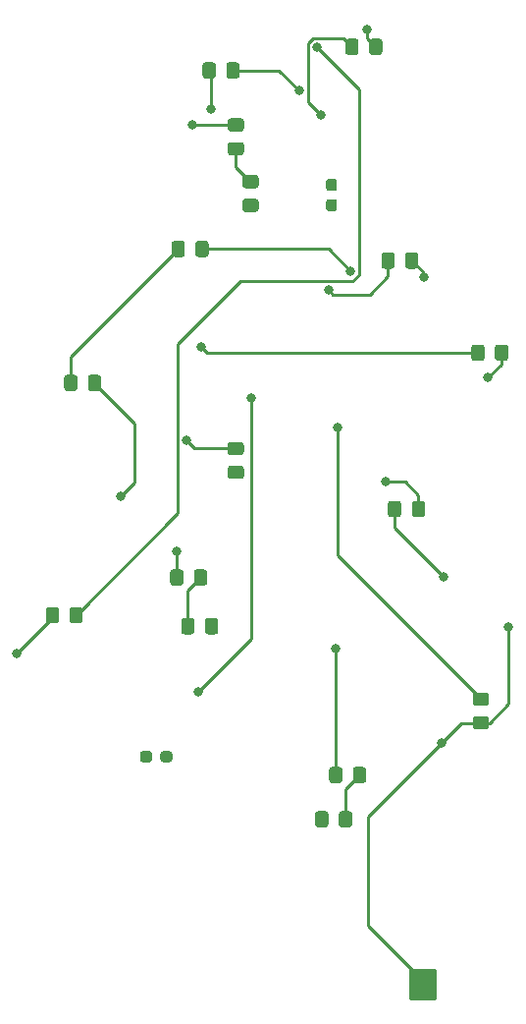
<source format=gbr>
%TF.GenerationSoftware,KiCad,Pcbnew,(5.1.6)-1*%
%TF.CreationDate,2021-10-19T11:47:46+02:00*%
%TF.ProjectId,_autosave-BaumOben,5f617574-6f73-4617-9665-2d4261756d4f,rev?*%
%TF.SameCoordinates,Original*%
%TF.FileFunction,Copper,L2,Bot*%
%TF.FilePolarity,Positive*%
%FSLAX46Y46*%
G04 Gerber Fmt 4.6, Leading zero omitted, Abs format (unit mm)*
G04 Created by KiCad (PCBNEW (5.1.6)-1) date 2021-10-19 11:47:46*
%MOMM*%
%LPD*%
G01*
G04 APERTURE LIST*
%TA.AperFunction,ViaPad*%
%ADD10C,0.800000*%
%TD*%
%TA.AperFunction,Conductor*%
%ADD11C,0.250000*%
%TD*%
%TA.AperFunction,Conductor*%
%ADD12C,0.254000*%
%TD*%
G04 APERTURE END LIST*
%TO.P,R6,2*%
%TO.N,GND*%
%TA.AperFunction,SMDPad,CuDef*%
G36*
G01*
X97403499Y-80460000D02*
X98303501Y-80460000D01*
G75*
G02*
X98553500Y-80709999I0J-249999D01*
G01*
X98553500Y-81360001D01*
G75*
G02*
X98303501Y-81610000I-249999J0D01*
G01*
X97403499Y-81610000D01*
G75*
G02*
X97153500Y-81360001I0J249999D01*
G01*
X97153500Y-80709999D01*
G75*
G02*
X97403499Y-80460000I249999J0D01*
G01*
G37*
%TD.AperFunction*%
%TO.P,R6,1*%
%TO.N,Net-(DG8-Pad1)*%
%TA.AperFunction,SMDPad,CuDef*%
G36*
G01*
X97403499Y-78410000D02*
X98303501Y-78410000D01*
G75*
G02*
X98553500Y-78659999I0J-249999D01*
G01*
X98553500Y-79310001D01*
G75*
G02*
X98303501Y-79560000I-249999J0D01*
G01*
X97403499Y-79560000D01*
G75*
G02*
X97153500Y-79310001I0J249999D01*
G01*
X97153500Y-78659999D01*
G75*
G02*
X97403499Y-78410000I249999J0D01*
G01*
G37*
%TD.AperFunction*%
%TD*%
%TO.P,R5,2*%
%TO.N,GND*%
%TA.AperFunction,SMDPad,CuDef*%
G36*
G01*
X104579000Y-133471499D02*
X104579000Y-134371501D01*
G75*
G02*
X104329001Y-134621500I-249999J0D01*
G01*
X103678999Y-134621500D01*
G75*
G02*
X103429000Y-134371501I0J249999D01*
G01*
X103429000Y-133471499D01*
G75*
G02*
X103678999Y-133221500I249999J0D01*
G01*
X104329001Y-133221500D01*
G75*
G02*
X104579000Y-133471499I0J-249999D01*
G01*
G37*
%TD.AperFunction*%
%TO.P,R5,1*%
%TO.N,Net-(DG4-Pad1)*%
%TA.AperFunction,SMDPad,CuDef*%
G36*
G01*
X106629000Y-133471499D02*
X106629000Y-134371501D01*
G75*
G02*
X106379001Y-134621500I-249999J0D01*
G01*
X105728999Y-134621500D01*
G75*
G02*
X105479000Y-134371501I0J249999D01*
G01*
X105479000Y-133471499D01*
G75*
G02*
X105728999Y-133221500I249999J0D01*
G01*
X106379001Y-133221500D01*
G75*
G02*
X106629000Y-133471499I0J-249999D01*
G01*
G37*
%TD.AperFunction*%
%TD*%
%TO.P,R4,2*%
%TO.N,GND*%
%TA.AperFunction,SMDPad,CuDef*%
G36*
G01*
X93922000Y-117734501D02*
X93922000Y-116834499D01*
G75*
G02*
X94171999Y-116584500I249999J0D01*
G01*
X94822001Y-116584500D01*
G75*
G02*
X95072000Y-116834499I0J-249999D01*
G01*
X95072000Y-117734501D01*
G75*
G02*
X94822001Y-117984500I-249999J0D01*
G01*
X94171999Y-117984500D01*
G75*
G02*
X93922000Y-117734501I0J249999D01*
G01*
G37*
%TD.AperFunction*%
%TO.P,R4,1*%
%TO.N,Net-(DR8-Pad1)*%
%TA.AperFunction,SMDPad,CuDef*%
G36*
G01*
X91872000Y-117734501D02*
X91872000Y-116834499D01*
G75*
G02*
X92121999Y-116584500I249999J0D01*
G01*
X92772001Y-116584500D01*
G75*
G02*
X93022000Y-116834499I0J-249999D01*
G01*
X93022000Y-117734501D01*
G75*
G02*
X92772001Y-117984500I-249999J0D01*
G01*
X92121999Y-117984500D01*
G75*
G02*
X91872000Y-117734501I0J249999D01*
G01*
G37*
%TD.AperFunction*%
%TD*%
%TO.P,R2,2*%
%TO.N,GND*%
%TA.AperFunction,SMDPad,CuDef*%
G36*
G01*
X96133499Y-103456000D02*
X97033501Y-103456000D01*
G75*
G02*
X97283500Y-103705999I0J-249999D01*
G01*
X97283500Y-104356001D01*
G75*
G02*
X97033501Y-104606000I-249999J0D01*
G01*
X96133499Y-104606000D01*
G75*
G02*
X95883500Y-104356001I0J249999D01*
G01*
X95883500Y-103705999D01*
G75*
G02*
X96133499Y-103456000I249999J0D01*
G01*
G37*
%TD.AperFunction*%
%TO.P,R2,1*%
%TO.N,Net-(DY8-Pad1)*%
%TA.AperFunction,SMDPad,CuDef*%
G36*
G01*
X96133499Y-101406000D02*
X97033501Y-101406000D01*
G75*
G02*
X97283500Y-101655999I0J-249999D01*
G01*
X97283500Y-102306001D01*
G75*
G02*
X97033501Y-102556000I-249999J0D01*
G01*
X96133499Y-102556000D01*
G75*
G02*
X95883500Y-102306001I0J249999D01*
G01*
X95883500Y-101655999D01*
G75*
G02*
X96133499Y-101406000I249999J0D01*
G01*
G37*
%TD.AperFunction*%
%TD*%
%TO.P,DY7,2*%
%TO.N,Net-(DY6-Pad1)*%
%TA.AperFunction,SMDPad,CuDef*%
G36*
G01*
X95763500Y-69855501D02*
X95763500Y-68955499D01*
G75*
G02*
X96013499Y-68705500I249999J0D01*
G01*
X96663501Y-68705500D01*
G75*
G02*
X96913500Y-68955499I0J-249999D01*
G01*
X96913500Y-69855501D01*
G75*
G02*
X96663501Y-70105500I-249999J0D01*
G01*
X96013499Y-70105500D01*
G75*
G02*
X95763500Y-69855501I0J249999D01*
G01*
G37*
%TD.AperFunction*%
%TO.P,DY7,1*%
%TO.N,Net-(DY7-Pad1)*%
%TA.AperFunction,SMDPad,CuDef*%
G36*
G01*
X93713500Y-69855501D02*
X93713500Y-68955499D01*
G75*
G02*
X93963499Y-68705500I249999J0D01*
G01*
X94613501Y-68705500D01*
G75*
G02*
X94863500Y-68955499I0J-249999D01*
G01*
X94863500Y-69855501D01*
G75*
G02*
X94613501Y-70105500I-249999J0D01*
G01*
X93963499Y-70105500D01*
G75*
G02*
X93713500Y-69855501I0J249999D01*
G01*
G37*
%TD.AperFunction*%
%TD*%
%TO.P,DY5,2*%
%TO.N,Takt_invertiert_9V*%
%TA.AperFunction,SMDPad,CuDef*%
G36*
G01*
X117278999Y-125037000D02*
X118179001Y-125037000D01*
G75*
G02*
X118429000Y-125286999I0J-249999D01*
G01*
X118429000Y-125937001D01*
G75*
G02*
X118179001Y-126187000I-249999J0D01*
G01*
X117278999Y-126187000D01*
G75*
G02*
X117029000Y-125937001I0J249999D01*
G01*
X117029000Y-125286999D01*
G75*
G02*
X117278999Y-125037000I249999J0D01*
G01*
G37*
%TD.AperFunction*%
%TO.P,DY5,1*%
%TO.N,Net-(DY5-Pad1)*%
%TA.AperFunction,SMDPad,CuDef*%
G36*
G01*
X117278999Y-122987000D02*
X118179001Y-122987000D01*
G75*
G02*
X118429000Y-123236999I0J-249999D01*
G01*
X118429000Y-123887001D01*
G75*
G02*
X118179001Y-124137000I-249999J0D01*
G01*
X117278999Y-124137000D01*
G75*
G02*
X117029000Y-123887001I0J249999D01*
G01*
X117029000Y-123236999D01*
G75*
G02*
X117278999Y-122987000I249999J0D01*
G01*
G37*
%TD.AperFunction*%
%TD*%
%TO.P,DY3,2*%
%TO.N,Net-(DY2-Pad1)*%
%TA.AperFunction,SMDPad,CuDef*%
G36*
G01*
X92196500Y-84322499D02*
X92196500Y-85222501D01*
G75*
G02*
X91946501Y-85472500I-249999J0D01*
G01*
X91296499Y-85472500D01*
G75*
G02*
X91046500Y-85222501I0J249999D01*
G01*
X91046500Y-84322499D01*
G75*
G02*
X91296499Y-84072500I249999J0D01*
G01*
X91946501Y-84072500D01*
G75*
G02*
X92196500Y-84322499I0J-249999D01*
G01*
G37*
%TD.AperFunction*%
%TO.P,DY3,1*%
%TO.N,Net-(DY3-Pad1)*%
%TA.AperFunction,SMDPad,CuDef*%
G36*
G01*
X94246500Y-84322499D02*
X94246500Y-85222501D01*
G75*
G02*
X93996501Y-85472500I-249999J0D01*
G01*
X93346499Y-85472500D01*
G75*
G02*
X93096500Y-85222501I0J249999D01*
G01*
X93096500Y-84322499D01*
G75*
G02*
X93346499Y-84072500I249999J0D01*
G01*
X93996501Y-84072500D01*
G75*
G02*
X94246500Y-84322499I0J-249999D01*
G01*
G37*
%TD.AperFunction*%
%TD*%
%TO.P,DY2,2*%
%TO.N,Net-(DY1-Pad1)*%
%TA.AperFunction,SMDPad,CuDef*%
G36*
G01*
X83825500Y-96779501D02*
X83825500Y-95879499D01*
G75*
G02*
X84075499Y-95629500I249999J0D01*
G01*
X84725501Y-95629500D01*
G75*
G02*
X84975500Y-95879499I0J-249999D01*
G01*
X84975500Y-96779501D01*
G75*
G02*
X84725501Y-97029500I-249999J0D01*
G01*
X84075499Y-97029500D01*
G75*
G02*
X83825500Y-96779501I0J249999D01*
G01*
G37*
%TD.AperFunction*%
%TO.P,DY2,1*%
%TO.N,Net-(DY2-Pad1)*%
%TA.AperFunction,SMDPad,CuDef*%
G36*
G01*
X81775500Y-96779501D02*
X81775500Y-95879499D01*
G75*
G02*
X82025499Y-95629500I249999J0D01*
G01*
X82675501Y-95629500D01*
G75*
G02*
X82925500Y-95879499I0J-249999D01*
G01*
X82925500Y-96779501D01*
G75*
G02*
X82675501Y-97029500I-249999J0D01*
G01*
X82025499Y-97029500D01*
G75*
G02*
X81775500Y-96779501I0J249999D01*
G01*
G37*
%TD.AperFunction*%
%TD*%
%TO.P,DR8,2*%
%TO.N,Net-(DR7-Pad1)*%
%TA.AperFunction,SMDPad,CuDef*%
G36*
G01*
X92069500Y-112643499D02*
X92069500Y-113543501D01*
G75*
G02*
X91819501Y-113793500I-249999J0D01*
G01*
X91169499Y-113793500D01*
G75*
G02*
X90919500Y-113543501I0J249999D01*
G01*
X90919500Y-112643499D01*
G75*
G02*
X91169499Y-112393500I249999J0D01*
G01*
X91819501Y-112393500D01*
G75*
G02*
X92069500Y-112643499I0J-249999D01*
G01*
G37*
%TD.AperFunction*%
%TO.P,DR8,1*%
%TO.N,Net-(DR8-Pad1)*%
%TA.AperFunction,SMDPad,CuDef*%
G36*
G01*
X94119500Y-112643499D02*
X94119500Y-113543501D01*
G75*
G02*
X93869501Y-113793500I-249999J0D01*
G01*
X93219499Y-113793500D01*
G75*
G02*
X92969500Y-113543501I0J249999D01*
G01*
X92969500Y-112643499D01*
G75*
G02*
X93219499Y-112393500I249999J0D01*
G01*
X93869501Y-112393500D01*
G75*
G02*
X94119500Y-112643499I0J-249999D01*
G01*
G37*
%TD.AperFunction*%
%TD*%
%TO.P,DR6,2*%
%TO.N,Net-(DR5-Pad1)*%
%TA.AperFunction,SMDPad,CuDef*%
G36*
G01*
X110865500Y-106737999D02*
X110865500Y-107638001D01*
G75*
G02*
X110615501Y-107888000I-249999J0D01*
G01*
X109965499Y-107888000D01*
G75*
G02*
X109715500Y-107638001I0J249999D01*
G01*
X109715500Y-106737999D01*
G75*
G02*
X109965499Y-106488000I249999J0D01*
G01*
X110615501Y-106488000D01*
G75*
G02*
X110865500Y-106737999I0J-249999D01*
G01*
G37*
%TD.AperFunction*%
%TO.P,DR6,1*%
%TO.N,Net-(DR6-Pad1)*%
%TA.AperFunction,SMDPad,CuDef*%
G36*
G01*
X112915500Y-106737999D02*
X112915500Y-107638001D01*
G75*
G02*
X112665501Y-107888000I-249999J0D01*
G01*
X112015499Y-107888000D01*
G75*
G02*
X111765500Y-107638001I0J249999D01*
G01*
X111765500Y-106737999D01*
G75*
G02*
X112015499Y-106488000I249999J0D01*
G01*
X112665501Y-106488000D01*
G75*
G02*
X112915500Y-106737999I0J-249999D01*
G01*
G37*
%TD.AperFunction*%
%TD*%
%TO.P,DR4,2*%
%TO.N,Net-(DR3-Pad1)*%
%TA.AperFunction,SMDPad,CuDef*%
G36*
G01*
X108082500Y-67823501D02*
X108082500Y-66923499D01*
G75*
G02*
X108332499Y-66673500I249999J0D01*
G01*
X108982501Y-66673500D01*
G75*
G02*
X109232500Y-66923499I0J-249999D01*
G01*
X109232500Y-67823501D01*
G75*
G02*
X108982501Y-68073500I-249999J0D01*
G01*
X108332499Y-68073500D01*
G75*
G02*
X108082500Y-67823501I0J249999D01*
G01*
G37*
%TD.AperFunction*%
%TO.P,DR4,1*%
%TO.N,Net-(DR4-Pad1)*%
%TA.AperFunction,SMDPad,CuDef*%
G36*
G01*
X106032500Y-67823501D02*
X106032500Y-66923499D01*
G75*
G02*
X106282499Y-66673500I249999J0D01*
G01*
X106932501Y-66673500D01*
G75*
G02*
X107182500Y-66923499I0J-249999D01*
G01*
X107182500Y-67823501D01*
G75*
G02*
X106932501Y-68073500I-249999J0D01*
G01*
X106282499Y-68073500D01*
G75*
G02*
X106032500Y-67823501I0J249999D01*
G01*
G37*
%TD.AperFunction*%
%TD*%
%TO.P,DR2,2*%
%TO.N,Net-(DR1-Pad1)*%
%TA.AperFunction,SMDPad,CuDef*%
G36*
G01*
X81338000Y-115881999D02*
X81338000Y-116782001D01*
G75*
G02*
X81088001Y-117032000I-249999J0D01*
G01*
X80437999Y-117032000D01*
G75*
G02*
X80188000Y-116782001I0J249999D01*
G01*
X80188000Y-115881999D01*
G75*
G02*
X80437999Y-115632000I249999J0D01*
G01*
X81088001Y-115632000D01*
G75*
G02*
X81338000Y-115881999I0J-249999D01*
G01*
G37*
%TD.AperFunction*%
%TO.P,DR2,1*%
%TO.N,Net-(DR2-Pad1)*%
%TA.AperFunction,SMDPad,CuDef*%
G36*
G01*
X83388000Y-115881999D02*
X83388000Y-116782001D01*
G75*
G02*
X83138001Y-117032000I-249999J0D01*
G01*
X82487999Y-117032000D01*
G75*
G02*
X82238000Y-116782001I0J249999D01*
G01*
X82238000Y-115881999D01*
G75*
G02*
X82487999Y-115632000I249999J0D01*
G01*
X83138001Y-115632000D01*
G75*
G02*
X83388000Y-115881999I0J-249999D01*
G01*
G37*
%TD.AperFunction*%
%TD*%
%TO.P,DG8,2*%
%TO.N,Net-(DG7-Pad1)*%
%TA.AperFunction,SMDPad,CuDef*%
G36*
G01*
X97033501Y-74670500D02*
X96133499Y-74670500D01*
G75*
G02*
X95883500Y-74420501I0J249999D01*
G01*
X95883500Y-73770499D01*
G75*
G02*
X96133499Y-73520500I249999J0D01*
G01*
X97033501Y-73520500D01*
G75*
G02*
X97283500Y-73770499I0J-249999D01*
G01*
X97283500Y-74420501D01*
G75*
G02*
X97033501Y-74670500I-249999J0D01*
G01*
G37*
%TD.AperFunction*%
%TO.P,DG8,1*%
%TO.N,Net-(DG8-Pad1)*%
%TA.AperFunction,SMDPad,CuDef*%
G36*
G01*
X97033501Y-76720500D02*
X96133499Y-76720500D01*
G75*
G02*
X95883500Y-76470501I0J249999D01*
G01*
X95883500Y-75820499D01*
G75*
G02*
X96133499Y-75570500I249999J0D01*
G01*
X97033501Y-75570500D01*
G75*
G02*
X97283500Y-75820499I0J-249999D01*
G01*
X97283500Y-76470501D01*
G75*
G02*
X97033501Y-76720500I-249999J0D01*
G01*
G37*
%TD.AperFunction*%
%TD*%
%TO.P,DG6,2*%
%TO.N,Net-(DG5-Pad1)*%
%TA.AperFunction,SMDPad,CuDef*%
G36*
G01*
X111194000Y-86238501D02*
X111194000Y-85338499D01*
G75*
G02*
X111443999Y-85088500I249999J0D01*
G01*
X112094001Y-85088500D01*
G75*
G02*
X112344000Y-85338499I0J-249999D01*
G01*
X112344000Y-86238501D01*
G75*
G02*
X112094001Y-86488500I-249999J0D01*
G01*
X111443999Y-86488500D01*
G75*
G02*
X111194000Y-86238501I0J249999D01*
G01*
G37*
%TD.AperFunction*%
%TO.P,DG6,1*%
%TO.N,Net-(DG6-Pad1)*%
%TA.AperFunction,SMDPad,CuDef*%
G36*
G01*
X109144000Y-86238501D02*
X109144000Y-85338499D01*
G75*
G02*
X109393999Y-85088500I249999J0D01*
G01*
X110044001Y-85088500D01*
G75*
G02*
X110294000Y-85338499I0J-249999D01*
G01*
X110294000Y-86238501D01*
G75*
G02*
X110044001Y-86488500I-249999J0D01*
G01*
X109393999Y-86488500D01*
G75*
G02*
X109144000Y-86238501I0J249999D01*
G01*
G37*
%TD.AperFunction*%
%TD*%
%TO.P,DG4,2*%
%TO.N,Net-(DG3-Pad1)*%
%TA.AperFunction,SMDPad,CuDef*%
G36*
G01*
X105785500Y-129661499D02*
X105785500Y-130561501D01*
G75*
G02*
X105535501Y-130811500I-249999J0D01*
G01*
X104885499Y-130811500D01*
G75*
G02*
X104635500Y-130561501I0J249999D01*
G01*
X104635500Y-129661499D01*
G75*
G02*
X104885499Y-129411500I249999J0D01*
G01*
X105535501Y-129411500D01*
G75*
G02*
X105785500Y-129661499I0J-249999D01*
G01*
G37*
%TD.AperFunction*%
%TO.P,DG4,1*%
%TO.N,Net-(DG4-Pad1)*%
%TA.AperFunction,SMDPad,CuDef*%
G36*
G01*
X107835500Y-129661499D02*
X107835500Y-130561501D01*
G75*
G02*
X107585501Y-130811500I-249999J0D01*
G01*
X106935499Y-130811500D01*
G75*
G02*
X106685500Y-130561501I0J249999D01*
G01*
X106685500Y-129661499D01*
G75*
G02*
X106935499Y-129411500I249999J0D01*
G01*
X107585501Y-129411500D01*
G75*
G02*
X107835500Y-129661499I0J-249999D01*
G01*
G37*
%TD.AperFunction*%
%TD*%
%TO.P,DG2,2*%
%TO.N,Net-(DG1-Pad1)*%
%TA.AperFunction,SMDPad,CuDef*%
G36*
G01*
X118050000Y-93275999D02*
X118050000Y-94176001D01*
G75*
G02*
X117800001Y-94426000I-249999J0D01*
G01*
X117149999Y-94426000D01*
G75*
G02*
X116900000Y-94176001I0J249999D01*
G01*
X116900000Y-93275999D01*
G75*
G02*
X117149999Y-93026000I249999J0D01*
G01*
X117800001Y-93026000D01*
G75*
G02*
X118050000Y-93275999I0J-249999D01*
G01*
G37*
%TD.AperFunction*%
%TO.P,DG2,1*%
%TO.N,Net-(DG2-Pad1)*%
%TA.AperFunction,SMDPad,CuDef*%
G36*
G01*
X120100000Y-93275999D02*
X120100000Y-94176001D01*
G75*
G02*
X119850001Y-94426000I-249999J0D01*
G01*
X119199999Y-94426000D01*
G75*
G02*
X118950000Y-94176001I0J249999D01*
G01*
X118950000Y-93275999D01*
G75*
G02*
X119199999Y-93026000I249999J0D01*
G01*
X119850001Y-93026000D01*
G75*
G02*
X120100000Y-93275999I0J-249999D01*
G01*
G37*
%TD.AperFunction*%
%TD*%
%TO.P,DB3,2*%
%TO.N,Takt_9V*%
%TA.AperFunction,SMDPad,CuDef*%
G36*
G01*
X105076000Y-79787000D02*
X104601000Y-79787000D01*
G75*
G02*
X104363500Y-79549500I0J237500D01*
G01*
X104363500Y-78974500D01*
G75*
G02*
X104601000Y-78737000I237500J0D01*
G01*
X105076000Y-78737000D01*
G75*
G02*
X105313500Y-78974500I0J-237500D01*
G01*
X105313500Y-79549500D01*
G75*
G02*
X105076000Y-79787000I-237500J0D01*
G01*
G37*
%TD.AperFunction*%
%TO.P,DB3,1*%
%TO.N,Net-(DB3-Pad1)*%
%TA.AperFunction,SMDPad,CuDef*%
G36*
G01*
X105076000Y-81537000D02*
X104601000Y-81537000D01*
G75*
G02*
X104363500Y-81299500I0J237500D01*
G01*
X104363500Y-80724500D01*
G75*
G02*
X104601000Y-80487000I237500J0D01*
G01*
X105076000Y-80487000D01*
G75*
G02*
X105313500Y-80724500I0J-237500D01*
G01*
X105313500Y-81299500D01*
G75*
G02*
X105076000Y-81537000I-237500J0D01*
G01*
G37*
%TD.AperFunction*%
%TD*%
%TO.P,DB1,2*%
%TO.N,Takt_9V*%
%TA.AperFunction,SMDPad,CuDef*%
G36*
G01*
X90075500Y-128761500D02*
X90075500Y-128286500D01*
G75*
G02*
X90313000Y-128049000I237500J0D01*
G01*
X90888000Y-128049000D01*
G75*
G02*
X91125500Y-128286500I0J-237500D01*
G01*
X91125500Y-128761500D01*
G75*
G02*
X90888000Y-128999000I-237500J0D01*
G01*
X90313000Y-128999000D01*
G75*
G02*
X90075500Y-128761500I0J237500D01*
G01*
G37*
%TD.AperFunction*%
%TO.P,DB1,1*%
%TO.N,Net-(DB1-Pad1)*%
%TA.AperFunction,SMDPad,CuDef*%
G36*
G01*
X88325500Y-128761500D02*
X88325500Y-128286500D01*
G75*
G02*
X88563000Y-128049000I237500J0D01*
G01*
X89138000Y-128049000D01*
G75*
G02*
X89375500Y-128286500I0J-237500D01*
G01*
X89375500Y-128761500D01*
G75*
G02*
X89138000Y-128999000I-237500J0D01*
G01*
X88563000Y-128999000D01*
G75*
G02*
X88325500Y-128761500I0J237500D01*
G01*
G37*
%TD.AperFunction*%
%TD*%
D10*
%TO.N,Takt_9V*%
X97917000Y-97663000D03*
X93376750Y-122904250D03*
%TO.N,Takt_invertiert_9V*%
X120142000Y-117348000D03*
X114363500Y-127317500D03*
%TO.N,Net-(DG1-Pad1)*%
X93599000Y-93218000D03*
%TO.N,Net-(DG2-Pad1)*%
X118364000Y-95885000D03*
%TO.N,Net-(DG3-Pad1)*%
X105219500Y-119189500D03*
%TO.N,Net-(DG5-Pad1)*%
X112839500Y-87185500D03*
%TO.N,Net-(DG6-Pad1)*%
X104584500Y-88328500D03*
%TO.N,Net-(DG7-Pad1)*%
X92837000Y-74104500D03*
%TO.N,Net-(DR1-Pad1)*%
X77724000Y-119634000D03*
%TO.N,Net-(DR2-Pad1)*%
X103568500Y-67373500D03*
%TO.N,Net-(DR3-Pad1)*%
X107886500Y-65849500D03*
%TO.N,Net-(DR4-Pad1)*%
X103949500Y-73279000D03*
%TO.N,Net-(DR5-Pad1)*%
X114554000Y-113030000D03*
%TO.N,Net-(DR6-Pad1)*%
X109537500Y-104838500D03*
%TO.N,Net-(DR7-Pad1)*%
X91503500Y-110807500D03*
%TO.N,Net-(DY1-Pad1)*%
X86677500Y-106108500D03*
%TO.N,Net-(DY3-Pad1)*%
X106489500Y-86677500D03*
%TO.N,Net-(DY5-Pad1)*%
X105346500Y-100203000D03*
%TO.N,Net-(DY6-Pad1)*%
X102044500Y-71120000D03*
%TO.N,Net-(DY7-Pad1)*%
X94424500Y-72771000D03*
%TO.N,Net-(DY8-Pad1)*%
X92329000Y-101282500D03*
%TD*%
D11*
%TO.N,Takt_9V*%
X97917000Y-118364000D02*
X93376750Y-122904250D01*
X97917000Y-97663000D02*
X97917000Y-118364000D01*
%TO.N,Takt_invertiert_9V*%
X117729000Y-125612000D02*
X117029000Y-125612000D01*
X116069000Y-125612000D02*
X117729000Y-125612000D01*
X108013500Y-133667500D02*
X116069000Y-125612000D01*
X112268000Y-147320000D02*
X108013500Y-143065500D01*
X108013500Y-143065500D02*
X108013500Y-133667500D01*
X117729000Y-125612000D02*
X118482000Y-125612000D01*
X118482000Y-125612000D02*
X120142000Y-123952000D01*
X120142000Y-123952000D02*
X120142000Y-117348000D01*
%TO.N,Net-(DG1-Pad1)*%
X117475000Y-93726000D02*
X104330500Y-93726000D01*
X94107000Y-93726000D02*
X94996000Y-93726000D01*
X93599000Y-93218000D02*
X94107000Y-93726000D01*
X104330500Y-93726000D02*
X94996000Y-93726000D01*
%TO.N,Net-(DG2-Pad1)*%
X119525000Y-94724000D02*
X119525000Y-93726000D01*
X118364000Y-95885000D02*
X119525000Y-94724000D01*
%TO.N,Net-(DG3-Pad1)*%
X105210500Y-130111500D02*
X105210500Y-119198500D01*
X105210500Y-119198500D02*
X105219500Y-119189500D01*
%TO.N,Net-(DG4-Pad1)*%
X106054000Y-131318000D02*
X107260500Y-130111500D01*
X106054000Y-133921500D02*
X106054000Y-131318000D01*
%TO.N,Net-(DG5-Pad1)*%
X112839500Y-86859000D02*
X111769000Y-85788500D01*
X112839500Y-87185500D02*
X112839500Y-86859000D01*
%TO.N,Net-(DG6-Pad1)*%
X104584500Y-88328500D02*
X104965500Y-88709500D01*
X104965500Y-88709500D02*
X108140500Y-88709500D01*
X109719000Y-87131000D02*
X109719000Y-85788500D01*
X108140500Y-88709500D02*
X109719000Y-87131000D01*
%TO.N,Net-(DG7-Pad1)*%
X96583500Y-74095500D02*
X92846000Y-74095500D01*
X92846000Y-74095500D02*
X92837000Y-74104500D01*
%TO.N,Net-(DG8-Pad1)*%
X96583500Y-77715000D02*
X97853500Y-78985000D01*
X96583500Y-76145500D02*
X96583500Y-77715000D01*
%TO.N,Net-(DR1-Pad1)*%
X80763000Y-116595000D02*
X80763000Y-116332000D01*
X77724000Y-119634000D02*
X80763000Y-116595000D01*
%TO.N,Net-(DR2-Pad1)*%
X91603999Y-107541001D02*
X91603999Y-92927001D01*
X82813000Y-116332000D02*
X91603999Y-107541001D01*
X91603999Y-92927001D02*
X96964500Y-87566500D01*
X96964500Y-87566500D02*
X106680000Y-87566500D01*
X107214501Y-71019501D02*
X103568500Y-67373500D01*
X106680000Y-87566500D02*
X107214501Y-87031999D01*
X107214501Y-87031999D02*
X107214501Y-71019501D01*
%TO.N,Net-(DR3-Pad1)*%
X107886500Y-66602500D02*
X108657500Y-67373500D01*
X107886500Y-65849500D02*
X107886500Y-66602500D01*
%TO.N,Net-(DR4-Pad1)*%
X105882499Y-66648499D02*
X103220499Y-66648499D01*
X102843499Y-72172999D02*
X103949500Y-73279000D01*
X106607500Y-67373500D02*
X105882499Y-66648499D01*
X103220499Y-66648499D02*
X102843499Y-67025499D01*
X102843499Y-67025499D02*
X102843499Y-72172999D01*
%TO.N,Net-(DR5-Pad1)*%
X110290500Y-107188000D02*
X110290500Y-108766500D01*
X110290500Y-108766500D02*
X114554000Y-113030000D01*
%TO.N,Net-(DR6-Pad1)*%
X109537500Y-104838500D02*
X111188500Y-104838500D01*
X112340500Y-105990500D02*
X112340500Y-107188000D01*
X111188500Y-104838500D02*
X112340500Y-105990500D01*
%TO.N,Net-(DR7-Pad1)*%
X91494500Y-113093500D02*
X91494500Y-110816500D01*
X91494500Y-110816500D02*
X91503500Y-110807500D01*
%TO.N,Net-(DR8-Pad1)*%
X92447000Y-114191000D02*
X93544500Y-113093500D01*
X92447000Y-117284500D02*
X92447000Y-114191000D01*
%TO.N,Net-(DY1-Pad1)*%
X86677500Y-106108500D02*
X87884000Y-104902000D01*
X87884000Y-99813000D02*
X84400500Y-96329500D01*
X87884000Y-104902000D02*
X87884000Y-99813000D01*
%TO.N,Net-(DY2-Pad1)*%
X82350500Y-94043500D02*
X91621500Y-84772500D01*
X82350500Y-96329500D02*
X82350500Y-94043500D01*
%TO.N,Net-(DY3-Pad1)*%
X93671500Y-84772500D02*
X104584500Y-84772500D01*
X104584500Y-84772500D02*
X106489500Y-86677500D01*
%TO.N,Net-(DY5-Pad1)*%
X105346500Y-111179500D02*
X117729000Y-123562000D01*
X105346500Y-100203000D02*
X105346500Y-111179500D01*
%TO.N,Net-(DY6-Pad1)*%
X96338500Y-69405500D02*
X100330000Y-69405500D01*
X100330000Y-69405500D02*
X102044500Y-71120000D01*
%TO.N,Net-(DY7-Pad1)*%
X94424500Y-69541500D02*
X94288500Y-69405500D01*
X94424500Y-72771000D02*
X94424500Y-69541500D01*
%TO.N,Net-(DY8-Pad1)*%
X96583500Y-101981000D02*
X93027500Y-101981000D01*
X93027500Y-101981000D02*
X92329000Y-101282500D01*
%TD*%
D12*
%TO.N,Takt_invertiert_9V*%
G36*
X113767001Y-149327000D02*
G01*
X111594500Y-149327000D01*
X111594500Y-146875500D01*
X113767000Y-146875500D01*
X113767001Y-149327000D01*
G37*
X113767001Y-149327000D02*
X111594500Y-149327000D01*
X111594500Y-146875500D01*
X113767000Y-146875500D01*
X113767001Y-149327000D01*
%TD*%
M02*

</source>
